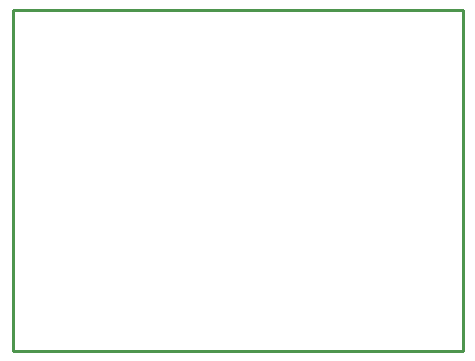
<source format=gbr>
G04 EAGLE Gerber RS-274X export*
G75*
%MOMM*%
%FSLAX34Y34*%
%LPD*%
%IN*%
%IPPOS*%
%AMOC8*
5,1,8,0,0,1.08239X$1,22.5*%
G01*
G04 Define Apertures*
%ADD10C,0.254000*%
D10*
X12700Y-76200D02*
X393500Y-76200D01*
X393500Y212600D01*
X12700Y212600D01*
X12700Y-76200D01*
M02*

</source>
